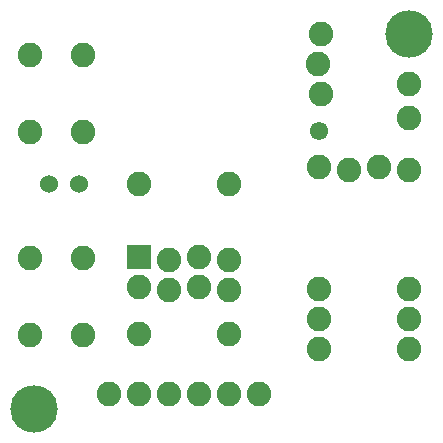
<source format=gts>
G75*
%MOIN*%
%OFA0B0*%
%FSLAX24Y24*%
%IPPOS*%
%LPD*%
%AMOC8*
5,1,8,0,0,1.08239X$1,22.5*
%
%ADD10C,0.0820*%
%ADD11C,0.0600*%
%ADD12R,0.0820X0.0820*%
%ADD13C,0.0611*%
%ADD14C,0.1582*%
D10*
X012583Y007000D03*
X013583Y007000D03*
X014583Y007000D03*
X015583Y007000D03*
X016583Y007000D03*
X017583Y007000D03*
X019583Y008500D03*
X019583Y009500D03*
X019583Y010500D03*
X016583Y010450D03*
X015583Y010550D03*
X014583Y010450D03*
X013583Y010550D03*
X014583Y011450D03*
X015583Y011550D03*
X016583Y011450D03*
X016583Y009000D03*
X013583Y009000D03*
X011723Y008970D03*
X009943Y008970D03*
X009943Y011530D03*
X011723Y011530D03*
X013583Y014000D03*
X016583Y014000D03*
X019583Y014550D03*
X020583Y014450D03*
X021583Y014550D03*
X022583Y014450D03*
X022583Y016180D03*
X022583Y017320D03*
X019633Y017000D03*
X019533Y018000D03*
X019633Y019000D03*
X011723Y018280D03*
X009943Y018280D03*
X009943Y015720D03*
X011723Y015720D03*
X022583Y010500D03*
X022583Y009500D03*
X022583Y008500D03*
D11*
X011583Y014000D03*
X010583Y014000D03*
D12*
X013583Y011550D03*
D13*
X019583Y015750D03*
D14*
X010083Y006500D03*
X022583Y019000D03*
M02*

</source>
